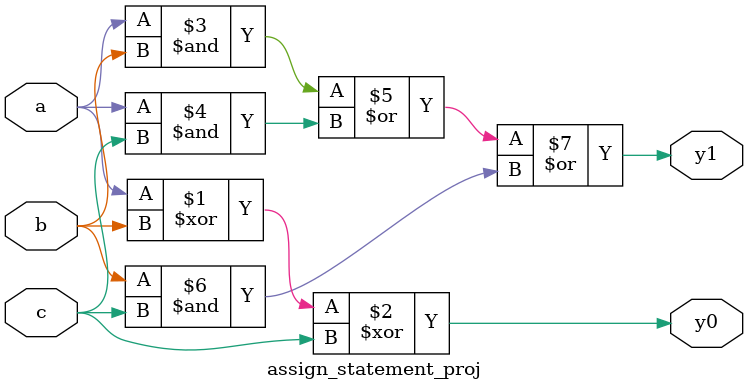
<source format=sv>
`timescale 1ns/1ns
module assign_statement_proj(input a, b, c, output y1, y0);
    assign #20 y0= (a ^ b) ^ c;
    assign #30 y1= ((a & b) | (a & c)) | (b & c);
endmodule
</source>
